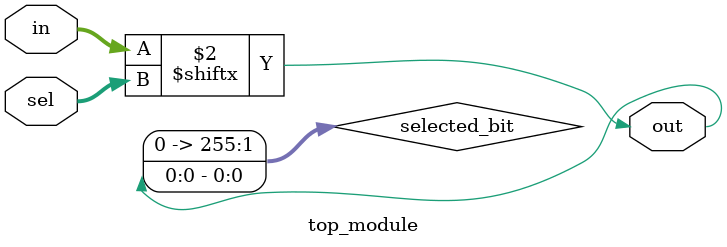
<source format=sv>
module top_module (
    input [255:0] in,
    input [7:0] sel,
    output out
);
    reg [255:0] selected_bit;  // register to hold the selected bit
    
    always @(*) begin
        selected_bit = in[sel];  // select the bit from the input vector based on the selection vector
    end
    
    assign out = selected_bit;  // assign the selected bit to the output
    
endmodule

</source>
